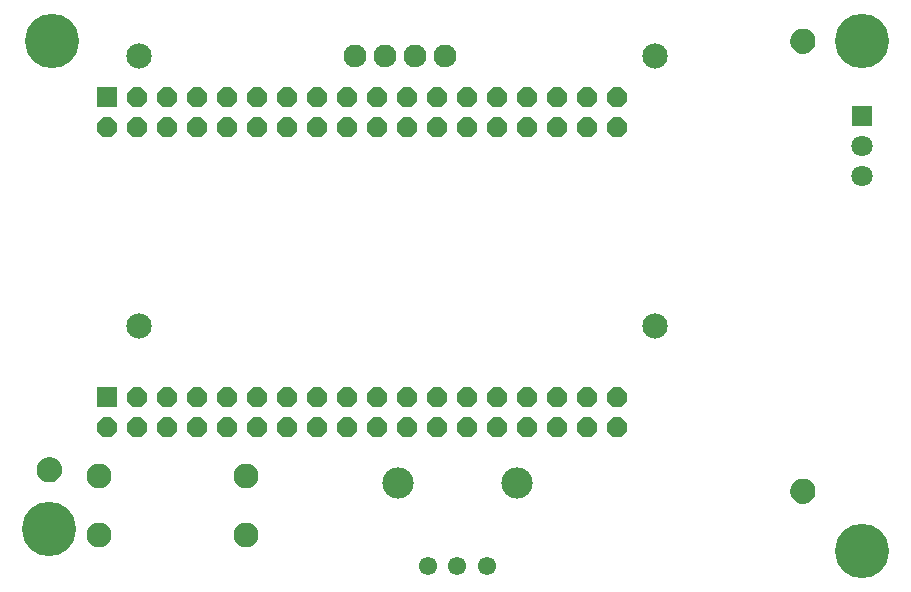
<source format=gbr>
G04 EAGLE Gerber RS-274X export*
G75*
%MOMM*%
%FSLAX34Y34*%
%LPD*%
%INSoldermask Bottom*%
%IPPOS*%
%AMOC8*
5,1,8,0,0,1.08239X$1,22.5*%
G01*
%ADD10R,1.676400X1.676400*%
%ADD11P,1.814519X8X22.500000*%
%ADD12C,2.152400*%
%ADD13C,1.930400*%
%ADD14R,1.803400X1.803400*%
%ADD15C,1.803400*%
%ADD16C,2.112400*%
%ADD17C,1.552400*%
%ADD18C,2.652400*%
%ADD19C,4.597400*%
%ADD20C,0.609600*%
%ADD21C,1.168400*%


D10*
X84500Y421900D03*
D11*
X84500Y396500D03*
X109900Y421900D03*
X109900Y396500D03*
X135300Y421900D03*
X135300Y396500D03*
X160700Y421900D03*
X160700Y396500D03*
X186100Y421900D03*
X186100Y396500D03*
X211500Y421900D03*
X211500Y396500D03*
X236900Y421900D03*
X236900Y396500D03*
X262300Y421900D03*
X262300Y396500D03*
X287700Y421900D03*
X287700Y396500D03*
X313100Y421900D03*
X313100Y396500D03*
X338500Y421900D03*
X338500Y396500D03*
X363900Y421900D03*
X363900Y396500D03*
X389300Y421900D03*
X389300Y396500D03*
X414700Y421900D03*
X414700Y396500D03*
X440100Y421900D03*
X440100Y396500D03*
X465500Y421900D03*
X465500Y396500D03*
X490900Y421900D03*
X490900Y396500D03*
X516300Y421900D03*
X516300Y396500D03*
D10*
X84500Y167900D03*
D11*
X84500Y142500D03*
X109900Y167900D03*
X109900Y142500D03*
X135300Y167900D03*
X135300Y142500D03*
X160700Y167900D03*
X160700Y142500D03*
X186100Y167900D03*
X186100Y142500D03*
X211500Y167900D03*
X211500Y142500D03*
X236900Y167900D03*
X236900Y142500D03*
X262300Y167900D03*
X262300Y142500D03*
X287700Y167900D03*
X287700Y142500D03*
X313100Y167900D03*
X313100Y142500D03*
X338500Y167900D03*
X338500Y142500D03*
X363900Y167900D03*
X363900Y142500D03*
X389300Y167900D03*
X389300Y142500D03*
X414700Y167900D03*
X414700Y142500D03*
X440100Y167900D03*
X440100Y142500D03*
X465500Y167900D03*
X465500Y142500D03*
X490900Y167900D03*
X490900Y142500D03*
X516300Y167900D03*
X516300Y142500D03*
D12*
X111760Y228600D03*
X548640Y228600D03*
X111760Y457200D03*
X548640Y457200D03*
D13*
X370840Y457200D03*
X345440Y457200D03*
X320040Y457200D03*
X294640Y457200D03*
D14*
X723900Y406400D03*
D15*
X723900Y381000D03*
X723900Y355600D03*
D16*
X202200Y101200D03*
X202200Y51200D03*
X77200Y51200D03*
X77200Y101200D03*
D17*
X356000Y25400D03*
X381000Y25400D03*
X406000Y25400D03*
D18*
X331000Y95400D03*
X431000Y95400D03*
D19*
X35052Y56134D03*
X38100Y469900D03*
X723900Y38100D03*
X723900Y469900D03*
D20*
X27432Y106934D02*
X27434Y107121D01*
X27441Y107308D01*
X27453Y107495D01*
X27469Y107681D01*
X27489Y107867D01*
X27514Y108052D01*
X27544Y108237D01*
X27578Y108421D01*
X27617Y108604D01*
X27660Y108786D01*
X27708Y108966D01*
X27760Y109146D01*
X27817Y109324D01*
X27877Y109501D01*
X27943Y109676D01*
X28012Y109850D01*
X28086Y110022D01*
X28164Y110192D01*
X28246Y110360D01*
X28332Y110526D01*
X28422Y110690D01*
X28516Y110851D01*
X28614Y111011D01*
X28716Y111167D01*
X28822Y111322D01*
X28932Y111473D01*
X29045Y111622D01*
X29162Y111768D01*
X29282Y111911D01*
X29406Y112051D01*
X29533Y112188D01*
X29664Y112322D01*
X29798Y112453D01*
X29935Y112580D01*
X30075Y112704D01*
X30218Y112824D01*
X30364Y112941D01*
X30513Y113054D01*
X30664Y113164D01*
X30819Y113270D01*
X30975Y113372D01*
X31135Y113470D01*
X31296Y113564D01*
X31460Y113654D01*
X31626Y113740D01*
X31794Y113822D01*
X31964Y113900D01*
X32136Y113974D01*
X32310Y114043D01*
X32485Y114109D01*
X32662Y114169D01*
X32840Y114226D01*
X33020Y114278D01*
X33200Y114326D01*
X33382Y114369D01*
X33565Y114408D01*
X33749Y114442D01*
X33934Y114472D01*
X34119Y114497D01*
X34305Y114517D01*
X34491Y114533D01*
X34678Y114545D01*
X34865Y114552D01*
X35052Y114554D01*
X35239Y114552D01*
X35426Y114545D01*
X35613Y114533D01*
X35799Y114517D01*
X35985Y114497D01*
X36170Y114472D01*
X36355Y114442D01*
X36539Y114408D01*
X36722Y114369D01*
X36904Y114326D01*
X37084Y114278D01*
X37264Y114226D01*
X37442Y114169D01*
X37619Y114109D01*
X37794Y114043D01*
X37968Y113974D01*
X38140Y113900D01*
X38310Y113822D01*
X38478Y113740D01*
X38644Y113654D01*
X38808Y113564D01*
X38969Y113470D01*
X39129Y113372D01*
X39285Y113270D01*
X39440Y113164D01*
X39591Y113054D01*
X39740Y112941D01*
X39886Y112824D01*
X40029Y112704D01*
X40169Y112580D01*
X40306Y112453D01*
X40440Y112322D01*
X40571Y112188D01*
X40698Y112051D01*
X40822Y111911D01*
X40942Y111768D01*
X41059Y111622D01*
X41172Y111473D01*
X41282Y111322D01*
X41388Y111167D01*
X41490Y111011D01*
X41588Y110851D01*
X41682Y110690D01*
X41772Y110526D01*
X41858Y110360D01*
X41940Y110192D01*
X42018Y110022D01*
X42092Y109850D01*
X42161Y109676D01*
X42227Y109501D01*
X42287Y109324D01*
X42344Y109146D01*
X42396Y108966D01*
X42444Y108786D01*
X42487Y108604D01*
X42526Y108421D01*
X42560Y108237D01*
X42590Y108052D01*
X42615Y107867D01*
X42635Y107681D01*
X42651Y107495D01*
X42663Y107308D01*
X42670Y107121D01*
X42672Y106934D01*
X42670Y106747D01*
X42663Y106560D01*
X42651Y106373D01*
X42635Y106187D01*
X42615Y106001D01*
X42590Y105816D01*
X42560Y105631D01*
X42526Y105447D01*
X42487Y105264D01*
X42444Y105082D01*
X42396Y104902D01*
X42344Y104722D01*
X42287Y104544D01*
X42227Y104367D01*
X42161Y104192D01*
X42092Y104018D01*
X42018Y103846D01*
X41940Y103676D01*
X41858Y103508D01*
X41772Y103342D01*
X41682Y103178D01*
X41588Y103017D01*
X41490Y102857D01*
X41388Y102701D01*
X41282Y102546D01*
X41172Y102395D01*
X41059Y102246D01*
X40942Y102100D01*
X40822Y101957D01*
X40698Y101817D01*
X40571Y101680D01*
X40440Y101546D01*
X40306Y101415D01*
X40169Y101288D01*
X40029Y101164D01*
X39886Y101044D01*
X39740Y100927D01*
X39591Y100814D01*
X39440Y100704D01*
X39285Y100598D01*
X39129Y100496D01*
X38969Y100398D01*
X38808Y100304D01*
X38644Y100214D01*
X38478Y100128D01*
X38310Y100046D01*
X38140Y99968D01*
X37968Y99894D01*
X37794Y99825D01*
X37619Y99759D01*
X37442Y99699D01*
X37264Y99642D01*
X37084Y99590D01*
X36904Y99542D01*
X36722Y99499D01*
X36539Y99460D01*
X36355Y99426D01*
X36170Y99396D01*
X35985Y99371D01*
X35799Y99351D01*
X35613Y99335D01*
X35426Y99323D01*
X35239Y99316D01*
X35052Y99314D01*
X34865Y99316D01*
X34678Y99323D01*
X34491Y99335D01*
X34305Y99351D01*
X34119Y99371D01*
X33934Y99396D01*
X33749Y99426D01*
X33565Y99460D01*
X33382Y99499D01*
X33200Y99542D01*
X33020Y99590D01*
X32840Y99642D01*
X32662Y99699D01*
X32485Y99759D01*
X32310Y99825D01*
X32136Y99894D01*
X31964Y99968D01*
X31794Y100046D01*
X31626Y100128D01*
X31460Y100214D01*
X31296Y100304D01*
X31135Y100398D01*
X30975Y100496D01*
X30819Y100598D01*
X30664Y100704D01*
X30513Y100814D01*
X30364Y100927D01*
X30218Y101044D01*
X30075Y101164D01*
X29935Y101288D01*
X29798Y101415D01*
X29664Y101546D01*
X29533Y101680D01*
X29406Y101817D01*
X29282Y101957D01*
X29162Y102100D01*
X29045Y102246D01*
X28932Y102395D01*
X28822Y102546D01*
X28716Y102701D01*
X28614Y102857D01*
X28516Y103017D01*
X28422Y103178D01*
X28332Y103342D01*
X28246Y103508D01*
X28164Y103676D01*
X28086Y103846D01*
X28012Y104018D01*
X27943Y104192D01*
X27877Y104367D01*
X27817Y104544D01*
X27760Y104722D01*
X27708Y104902D01*
X27660Y105082D01*
X27617Y105264D01*
X27578Y105447D01*
X27544Y105631D01*
X27514Y105816D01*
X27489Y106001D01*
X27469Y106187D01*
X27453Y106373D01*
X27441Y106560D01*
X27434Y106747D01*
X27432Y106934D01*
D21*
X35052Y106934D03*
D20*
X665480Y88900D02*
X665482Y89087D01*
X665489Y89274D01*
X665501Y89461D01*
X665517Y89647D01*
X665537Y89833D01*
X665562Y90018D01*
X665592Y90203D01*
X665626Y90387D01*
X665665Y90570D01*
X665708Y90752D01*
X665756Y90932D01*
X665808Y91112D01*
X665865Y91290D01*
X665925Y91467D01*
X665991Y91642D01*
X666060Y91816D01*
X666134Y91988D01*
X666212Y92158D01*
X666294Y92326D01*
X666380Y92492D01*
X666470Y92656D01*
X666564Y92817D01*
X666662Y92977D01*
X666764Y93133D01*
X666870Y93288D01*
X666980Y93439D01*
X667093Y93588D01*
X667210Y93734D01*
X667330Y93877D01*
X667454Y94017D01*
X667581Y94154D01*
X667712Y94288D01*
X667846Y94419D01*
X667983Y94546D01*
X668123Y94670D01*
X668266Y94790D01*
X668412Y94907D01*
X668561Y95020D01*
X668712Y95130D01*
X668867Y95236D01*
X669023Y95338D01*
X669183Y95436D01*
X669344Y95530D01*
X669508Y95620D01*
X669674Y95706D01*
X669842Y95788D01*
X670012Y95866D01*
X670184Y95940D01*
X670358Y96009D01*
X670533Y96075D01*
X670710Y96135D01*
X670888Y96192D01*
X671068Y96244D01*
X671248Y96292D01*
X671430Y96335D01*
X671613Y96374D01*
X671797Y96408D01*
X671982Y96438D01*
X672167Y96463D01*
X672353Y96483D01*
X672539Y96499D01*
X672726Y96511D01*
X672913Y96518D01*
X673100Y96520D01*
X673287Y96518D01*
X673474Y96511D01*
X673661Y96499D01*
X673847Y96483D01*
X674033Y96463D01*
X674218Y96438D01*
X674403Y96408D01*
X674587Y96374D01*
X674770Y96335D01*
X674952Y96292D01*
X675132Y96244D01*
X675312Y96192D01*
X675490Y96135D01*
X675667Y96075D01*
X675842Y96009D01*
X676016Y95940D01*
X676188Y95866D01*
X676358Y95788D01*
X676526Y95706D01*
X676692Y95620D01*
X676856Y95530D01*
X677017Y95436D01*
X677177Y95338D01*
X677333Y95236D01*
X677488Y95130D01*
X677639Y95020D01*
X677788Y94907D01*
X677934Y94790D01*
X678077Y94670D01*
X678217Y94546D01*
X678354Y94419D01*
X678488Y94288D01*
X678619Y94154D01*
X678746Y94017D01*
X678870Y93877D01*
X678990Y93734D01*
X679107Y93588D01*
X679220Y93439D01*
X679330Y93288D01*
X679436Y93133D01*
X679538Y92977D01*
X679636Y92817D01*
X679730Y92656D01*
X679820Y92492D01*
X679906Y92326D01*
X679988Y92158D01*
X680066Y91988D01*
X680140Y91816D01*
X680209Y91642D01*
X680275Y91467D01*
X680335Y91290D01*
X680392Y91112D01*
X680444Y90932D01*
X680492Y90752D01*
X680535Y90570D01*
X680574Y90387D01*
X680608Y90203D01*
X680638Y90018D01*
X680663Y89833D01*
X680683Y89647D01*
X680699Y89461D01*
X680711Y89274D01*
X680718Y89087D01*
X680720Y88900D01*
X680718Y88713D01*
X680711Y88526D01*
X680699Y88339D01*
X680683Y88153D01*
X680663Y87967D01*
X680638Y87782D01*
X680608Y87597D01*
X680574Y87413D01*
X680535Y87230D01*
X680492Y87048D01*
X680444Y86868D01*
X680392Y86688D01*
X680335Y86510D01*
X680275Y86333D01*
X680209Y86158D01*
X680140Y85984D01*
X680066Y85812D01*
X679988Y85642D01*
X679906Y85474D01*
X679820Y85308D01*
X679730Y85144D01*
X679636Y84983D01*
X679538Y84823D01*
X679436Y84667D01*
X679330Y84512D01*
X679220Y84361D01*
X679107Y84212D01*
X678990Y84066D01*
X678870Y83923D01*
X678746Y83783D01*
X678619Y83646D01*
X678488Y83512D01*
X678354Y83381D01*
X678217Y83254D01*
X678077Y83130D01*
X677934Y83010D01*
X677788Y82893D01*
X677639Y82780D01*
X677488Y82670D01*
X677333Y82564D01*
X677177Y82462D01*
X677017Y82364D01*
X676856Y82270D01*
X676692Y82180D01*
X676526Y82094D01*
X676358Y82012D01*
X676188Y81934D01*
X676016Y81860D01*
X675842Y81791D01*
X675667Y81725D01*
X675490Y81665D01*
X675312Y81608D01*
X675132Y81556D01*
X674952Y81508D01*
X674770Y81465D01*
X674587Y81426D01*
X674403Y81392D01*
X674218Y81362D01*
X674033Y81337D01*
X673847Y81317D01*
X673661Y81301D01*
X673474Y81289D01*
X673287Y81282D01*
X673100Y81280D01*
X672913Y81282D01*
X672726Y81289D01*
X672539Y81301D01*
X672353Y81317D01*
X672167Y81337D01*
X671982Y81362D01*
X671797Y81392D01*
X671613Y81426D01*
X671430Y81465D01*
X671248Y81508D01*
X671068Y81556D01*
X670888Y81608D01*
X670710Y81665D01*
X670533Y81725D01*
X670358Y81791D01*
X670184Y81860D01*
X670012Y81934D01*
X669842Y82012D01*
X669674Y82094D01*
X669508Y82180D01*
X669344Y82270D01*
X669183Y82364D01*
X669023Y82462D01*
X668867Y82564D01*
X668712Y82670D01*
X668561Y82780D01*
X668412Y82893D01*
X668266Y83010D01*
X668123Y83130D01*
X667983Y83254D01*
X667846Y83381D01*
X667712Y83512D01*
X667581Y83646D01*
X667454Y83783D01*
X667330Y83923D01*
X667210Y84066D01*
X667093Y84212D01*
X666980Y84361D01*
X666870Y84512D01*
X666764Y84667D01*
X666662Y84823D01*
X666564Y84983D01*
X666470Y85144D01*
X666380Y85308D01*
X666294Y85474D01*
X666212Y85642D01*
X666134Y85812D01*
X666060Y85984D01*
X665991Y86158D01*
X665925Y86333D01*
X665865Y86510D01*
X665808Y86688D01*
X665756Y86868D01*
X665708Y87048D01*
X665665Y87230D01*
X665626Y87413D01*
X665592Y87597D01*
X665562Y87782D01*
X665537Y87967D01*
X665517Y88153D01*
X665501Y88339D01*
X665489Y88526D01*
X665482Y88713D01*
X665480Y88900D01*
D21*
X673100Y88900D03*
D20*
X665480Y469900D02*
X665482Y470087D01*
X665489Y470274D01*
X665501Y470461D01*
X665517Y470647D01*
X665537Y470833D01*
X665562Y471018D01*
X665592Y471203D01*
X665626Y471387D01*
X665665Y471570D01*
X665708Y471752D01*
X665756Y471932D01*
X665808Y472112D01*
X665865Y472290D01*
X665925Y472467D01*
X665991Y472642D01*
X666060Y472816D01*
X666134Y472988D01*
X666212Y473158D01*
X666294Y473326D01*
X666380Y473492D01*
X666470Y473656D01*
X666564Y473817D01*
X666662Y473977D01*
X666764Y474133D01*
X666870Y474288D01*
X666980Y474439D01*
X667093Y474588D01*
X667210Y474734D01*
X667330Y474877D01*
X667454Y475017D01*
X667581Y475154D01*
X667712Y475288D01*
X667846Y475419D01*
X667983Y475546D01*
X668123Y475670D01*
X668266Y475790D01*
X668412Y475907D01*
X668561Y476020D01*
X668712Y476130D01*
X668867Y476236D01*
X669023Y476338D01*
X669183Y476436D01*
X669344Y476530D01*
X669508Y476620D01*
X669674Y476706D01*
X669842Y476788D01*
X670012Y476866D01*
X670184Y476940D01*
X670358Y477009D01*
X670533Y477075D01*
X670710Y477135D01*
X670888Y477192D01*
X671068Y477244D01*
X671248Y477292D01*
X671430Y477335D01*
X671613Y477374D01*
X671797Y477408D01*
X671982Y477438D01*
X672167Y477463D01*
X672353Y477483D01*
X672539Y477499D01*
X672726Y477511D01*
X672913Y477518D01*
X673100Y477520D01*
X673287Y477518D01*
X673474Y477511D01*
X673661Y477499D01*
X673847Y477483D01*
X674033Y477463D01*
X674218Y477438D01*
X674403Y477408D01*
X674587Y477374D01*
X674770Y477335D01*
X674952Y477292D01*
X675132Y477244D01*
X675312Y477192D01*
X675490Y477135D01*
X675667Y477075D01*
X675842Y477009D01*
X676016Y476940D01*
X676188Y476866D01*
X676358Y476788D01*
X676526Y476706D01*
X676692Y476620D01*
X676856Y476530D01*
X677017Y476436D01*
X677177Y476338D01*
X677333Y476236D01*
X677488Y476130D01*
X677639Y476020D01*
X677788Y475907D01*
X677934Y475790D01*
X678077Y475670D01*
X678217Y475546D01*
X678354Y475419D01*
X678488Y475288D01*
X678619Y475154D01*
X678746Y475017D01*
X678870Y474877D01*
X678990Y474734D01*
X679107Y474588D01*
X679220Y474439D01*
X679330Y474288D01*
X679436Y474133D01*
X679538Y473977D01*
X679636Y473817D01*
X679730Y473656D01*
X679820Y473492D01*
X679906Y473326D01*
X679988Y473158D01*
X680066Y472988D01*
X680140Y472816D01*
X680209Y472642D01*
X680275Y472467D01*
X680335Y472290D01*
X680392Y472112D01*
X680444Y471932D01*
X680492Y471752D01*
X680535Y471570D01*
X680574Y471387D01*
X680608Y471203D01*
X680638Y471018D01*
X680663Y470833D01*
X680683Y470647D01*
X680699Y470461D01*
X680711Y470274D01*
X680718Y470087D01*
X680720Y469900D01*
X680718Y469713D01*
X680711Y469526D01*
X680699Y469339D01*
X680683Y469153D01*
X680663Y468967D01*
X680638Y468782D01*
X680608Y468597D01*
X680574Y468413D01*
X680535Y468230D01*
X680492Y468048D01*
X680444Y467868D01*
X680392Y467688D01*
X680335Y467510D01*
X680275Y467333D01*
X680209Y467158D01*
X680140Y466984D01*
X680066Y466812D01*
X679988Y466642D01*
X679906Y466474D01*
X679820Y466308D01*
X679730Y466144D01*
X679636Y465983D01*
X679538Y465823D01*
X679436Y465667D01*
X679330Y465512D01*
X679220Y465361D01*
X679107Y465212D01*
X678990Y465066D01*
X678870Y464923D01*
X678746Y464783D01*
X678619Y464646D01*
X678488Y464512D01*
X678354Y464381D01*
X678217Y464254D01*
X678077Y464130D01*
X677934Y464010D01*
X677788Y463893D01*
X677639Y463780D01*
X677488Y463670D01*
X677333Y463564D01*
X677177Y463462D01*
X677017Y463364D01*
X676856Y463270D01*
X676692Y463180D01*
X676526Y463094D01*
X676358Y463012D01*
X676188Y462934D01*
X676016Y462860D01*
X675842Y462791D01*
X675667Y462725D01*
X675490Y462665D01*
X675312Y462608D01*
X675132Y462556D01*
X674952Y462508D01*
X674770Y462465D01*
X674587Y462426D01*
X674403Y462392D01*
X674218Y462362D01*
X674033Y462337D01*
X673847Y462317D01*
X673661Y462301D01*
X673474Y462289D01*
X673287Y462282D01*
X673100Y462280D01*
X672913Y462282D01*
X672726Y462289D01*
X672539Y462301D01*
X672353Y462317D01*
X672167Y462337D01*
X671982Y462362D01*
X671797Y462392D01*
X671613Y462426D01*
X671430Y462465D01*
X671248Y462508D01*
X671068Y462556D01*
X670888Y462608D01*
X670710Y462665D01*
X670533Y462725D01*
X670358Y462791D01*
X670184Y462860D01*
X670012Y462934D01*
X669842Y463012D01*
X669674Y463094D01*
X669508Y463180D01*
X669344Y463270D01*
X669183Y463364D01*
X669023Y463462D01*
X668867Y463564D01*
X668712Y463670D01*
X668561Y463780D01*
X668412Y463893D01*
X668266Y464010D01*
X668123Y464130D01*
X667983Y464254D01*
X667846Y464381D01*
X667712Y464512D01*
X667581Y464646D01*
X667454Y464783D01*
X667330Y464923D01*
X667210Y465066D01*
X667093Y465212D01*
X666980Y465361D01*
X666870Y465512D01*
X666764Y465667D01*
X666662Y465823D01*
X666564Y465983D01*
X666470Y466144D01*
X666380Y466308D01*
X666294Y466474D01*
X666212Y466642D01*
X666134Y466812D01*
X666060Y466984D01*
X665991Y467158D01*
X665925Y467333D01*
X665865Y467510D01*
X665808Y467688D01*
X665756Y467868D01*
X665708Y468048D01*
X665665Y468230D01*
X665626Y468413D01*
X665592Y468597D01*
X665562Y468782D01*
X665537Y468967D01*
X665517Y469153D01*
X665501Y469339D01*
X665489Y469526D01*
X665482Y469713D01*
X665480Y469900D01*
D21*
X673100Y469900D03*
M02*

</source>
